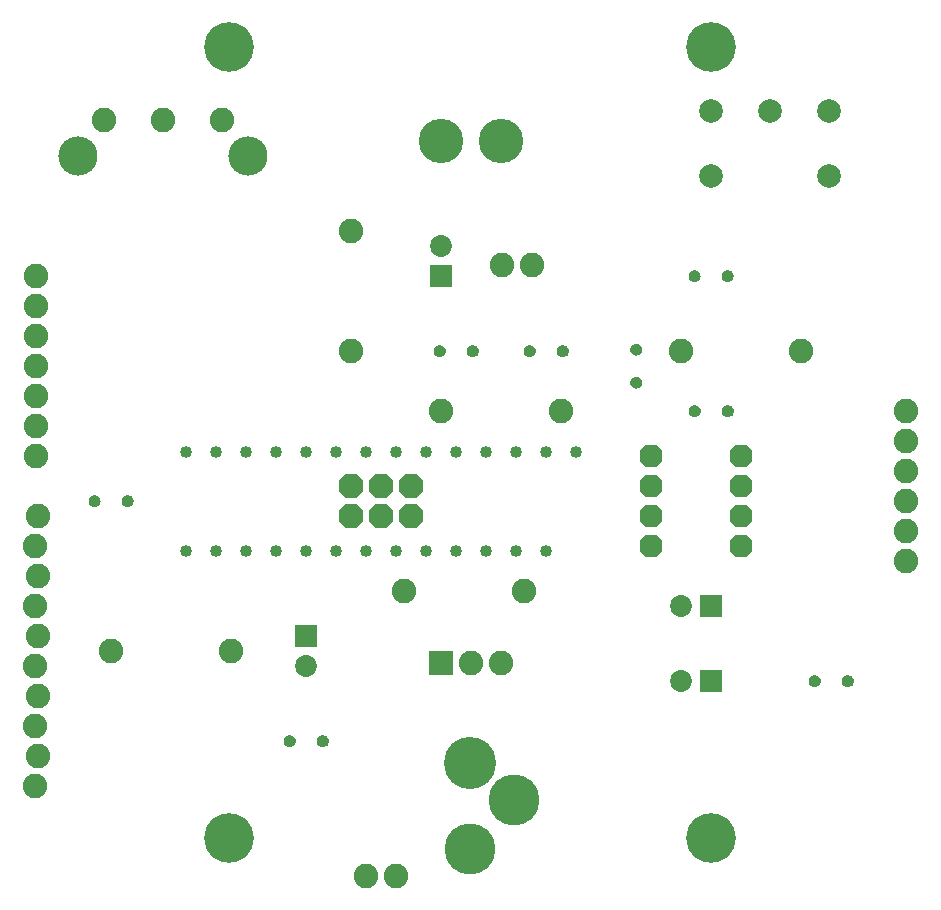
<source format=gbr>
G04 EAGLE Gerber RS-274X export*
G75*
%MOMM*%
%FSLAX34Y34*%
%LPD*%
%INSoldermask Top*%
%IPPOS*%
%AMOC8*
5,1,8,0,0,1.08239X$1,22.5*%
G01*
%ADD10C,4.203200*%
%ADD11C,1.016000*%
%ADD12C,2.082800*%
%ADD13P,2.089446X8X112.500000*%
%ADD14C,4.419200*%
%ADD15C,4.318000*%
%ADD16C,1.854200*%
%ADD17R,1.854200X1.854200*%
%ADD18P,2.254402X8X202.500000*%
%ADD19C,3.759200*%
%ADD20R,2.082800X2.082800*%
%ADD21C,2.078200*%
%ADD22C,3.319200*%
%ADD23C,2.012800*%

G36*
X520848Y453373D02*
X520848Y453373D01*
X520939Y453372D01*
X521903Y453503D01*
X521951Y453519D01*
X522040Y453538D01*
X522951Y453880D01*
X522994Y453906D01*
X523078Y453945D01*
X523889Y454482D01*
X523925Y454517D01*
X523998Y454573D01*
X524670Y455277D01*
X524698Y455319D01*
X524756Y455390D01*
X525254Y456226D01*
X525255Y456229D01*
X525257Y456231D01*
X525263Y456250D01*
X525272Y456273D01*
X525312Y456355D01*
X525612Y457281D01*
X525619Y457331D01*
X525641Y457420D01*
X525727Y458389D01*
X525723Y458436D01*
X525726Y458511D01*
X525624Y459487D01*
X525610Y459535D01*
X525594Y459625D01*
X525278Y460554D01*
X525254Y460598D01*
X525217Y460683D01*
X524703Y461518D01*
X524669Y461555D01*
X524615Y461630D01*
X523927Y462330D01*
X523886Y462359D01*
X523817Y462419D01*
X522990Y462948D01*
X522944Y462967D01*
X522863Y463011D01*
X521940Y463343D01*
X521890Y463351D01*
X521801Y463376D01*
X520827Y463494D01*
X520777Y463491D01*
X520691Y463495D01*
X519689Y463400D01*
X519640Y463386D01*
X519550Y463370D01*
X518594Y463054D01*
X518549Y463030D01*
X518465Y462995D01*
X517604Y462473D01*
X517566Y462440D01*
X517491Y462387D01*
X516767Y461687D01*
X516738Y461646D01*
X516677Y461577D01*
X516127Y460734D01*
X516107Y460688D01*
X516063Y460607D01*
X515715Y459663D01*
X515706Y459613D01*
X515681Y459525D01*
X515551Y458527D01*
X515553Y458484D01*
X515552Y458358D01*
X515691Y457347D01*
X515707Y457299D01*
X515726Y457209D01*
X516088Y456254D01*
X516114Y456211D01*
X516153Y456127D01*
X516717Y455277D01*
X516752Y455240D01*
X516809Y455168D01*
X517549Y454464D01*
X517591Y454436D01*
X517662Y454378D01*
X518540Y453857D01*
X518587Y453839D01*
X518669Y453798D01*
X519641Y453485D01*
X519691Y453478D01*
X519780Y453457D01*
X520798Y453368D01*
X520848Y453373D01*
G37*
G36*
X520848Y425382D02*
X520848Y425382D01*
X520939Y425381D01*
X521903Y425512D01*
X521951Y425528D01*
X522040Y425547D01*
X522951Y425889D01*
X522994Y425915D01*
X523078Y425954D01*
X523889Y426491D01*
X523925Y426526D01*
X523998Y426582D01*
X524670Y427286D01*
X524698Y427328D01*
X524756Y427399D01*
X525254Y428235D01*
X525255Y428238D01*
X525257Y428240D01*
X525263Y428259D01*
X525272Y428282D01*
X525312Y428364D01*
X525612Y429290D01*
X525619Y429340D01*
X525641Y429429D01*
X525727Y430398D01*
X525723Y430445D01*
X525726Y430520D01*
X525624Y431496D01*
X525610Y431544D01*
X525594Y431634D01*
X525278Y432563D01*
X525254Y432607D01*
X525217Y432692D01*
X524703Y433527D01*
X524669Y433564D01*
X524615Y433639D01*
X523927Y434339D01*
X523886Y434368D01*
X523817Y434428D01*
X522990Y434957D01*
X522944Y434976D01*
X522863Y435020D01*
X521940Y435352D01*
X521890Y435360D01*
X521801Y435385D01*
X520827Y435503D01*
X520777Y435500D01*
X520691Y435504D01*
X519689Y435409D01*
X519640Y435395D01*
X519550Y435379D01*
X518594Y435063D01*
X518549Y435039D01*
X518465Y435004D01*
X517604Y434482D01*
X517566Y434449D01*
X517491Y434396D01*
X516767Y433696D01*
X516738Y433655D01*
X516677Y433586D01*
X516127Y432743D01*
X516107Y432697D01*
X516063Y432616D01*
X515715Y431672D01*
X515706Y431622D01*
X515681Y431534D01*
X515551Y430536D01*
X515553Y430493D01*
X515552Y430367D01*
X515691Y429356D01*
X515707Y429308D01*
X515726Y429218D01*
X516088Y428263D01*
X516114Y428220D01*
X516153Y428136D01*
X516717Y427286D01*
X516752Y427249D01*
X516809Y427177D01*
X517549Y426473D01*
X517591Y426445D01*
X517662Y426387D01*
X518540Y425866D01*
X518587Y425848D01*
X518669Y425807D01*
X519641Y425494D01*
X519691Y425487D01*
X519780Y425466D01*
X520798Y425377D01*
X520848Y425382D01*
G37*
G36*
X354316Y452053D02*
X354316Y452053D01*
X354442Y452052D01*
X355453Y452191D01*
X355501Y452207D01*
X355591Y452226D01*
X356546Y452588D01*
X356589Y452614D01*
X356673Y452653D01*
X357523Y453217D01*
X357560Y453252D01*
X357632Y453309D01*
X358336Y454049D01*
X358364Y454091D01*
X358422Y454162D01*
X358943Y455040D01*
X358961Y455087D01*
X359002Y455169D01*
X359315Y456141D01*
X359322Y456191D01*
X359343Y456280D01*
X359432Y457298D01*
X359427Y457348D01*
X359428Y457439D01*
X359297Y458403D01*
X359281Y458451D01*
X359262Y458540D01*
X358920Y459451D01*
X358894Y459494D01*
X358855Y459578D01*
X358318Y460389D01*
X358283Y460425D01*
X358227Y460498D01*
X357523Y461170D01*
X357481Y461198D01*
X357410Y461256D01*
X356575Y461754D01*
X356527Y461772D01*
X356445Y461812D01*
X355520Y462112D01*
X355469Y462119D01*
X355380Y462141D01*
X354411Y462227D01*
X354364Y462223D01*
X354289Y462226D01*
X353313Y462124D01*
X353265Y462110D01*
X353175Y462094D01*
X352246Y461778D01*
X352202Y461754D01*
X352117Y461717D01*
X351282Y461203D01*
X351245Y461169D01*
X351170Y461115D01*
X350471Y460427D01*
X350441Y460386D01*
X350381Y460317D01*
X349852Y459490D01*
X349833Y459444D01*
X349789Y459363D01*
X349457Y458440D01*
X349449Y458390D01*
X349424Y458301D01*
X349306Y457327D01*
X349309Y457277D01*
X349305Y457191D01*
X349400Y456189D01*
X349414Y456140D01*
X349430Y456050D01*
X349746Y455094D01*
X349770Y455049D01*
X349806Y454965D01*
X350327Y454104D01*
X350360Y454066D01*
X350413Y453991D01*
X351113Y453267D01*
X351154Y453238D01*
X351223Y453177D01*
X352066Y452627D01*
X352112Y452607D01*
X352193Y452563D01*
X353137Y452215D01*
X353187Y452206D01*
X353275Y452181D01*
X354273Y452051D01*
X354316Y452053D01*
G37*
G36*
X430516Y452053D02*
X430516Y452053D01*
X430642Y452052D01*
X431653Y452191D01*
X431701Y452207D01*
X431791Y452226D01*
X432746Y452588D01*
X432789Y452614D01*
X432873Y452653D01*
X433723Y453217D01*
X433760Y453252D01*
X433832Y453309D01*
X434536Y454049D01*
X434564Y454091D01*
X434622Y454162D01*
X435143Y455040D01*
X435161Y455087D01*
X435202Y455169D01*
X435515Y456141D01*
X435522Y456191D01*
X435543Y456280D01*
X435632Y457298D01*
X435627Y457348D01*
X435628Y457439D01*
X435497Y458403D01*
X435481Y458451D01*
X435462Y458540D01*
X435120Y459451D01*
X435094Y459494D01*
X435055Y459578D01*
X434518Y460389D01*
X434483Y460425D01*
X434427Y460498D01*
X433723Y461170D01*
X433681Y461198D01*
X433610Y461256D01*
X432775Y461754D01*
X432727Y461772D01*
X432645Y461812D01*
X431720Y462112D01*
X431669Y462119D01*
X431580Y462141D01*
X430611Y462227D01*
X430564Y462223D01*
X430489Y462226D01*
X429513Y462124D01*
X429465Y462110D01*
X429375Y462094D01*
X428446Y461778D01*
X428402Y461754D01*
X428317Y461717D01*
X427482Y461203D01*
X427445Y461169D01*
X427370Y461115D01*
X426671Y460427D01*
X426641Y460386D01*
X426581Y460317D01*
X426052Y459490D01*
X426033Y459444D01*
X425989Y459363D01*
X425657Y458440D01*
X425649Y458390D01*
X425624Y458301D01*
X425506Y457327D01*
X425509Y457277D01*
X425505Y457191D01*
X425600Y456189D01*
X425614Y456140D01*
X425630Y456050D01*
X425946Y455094D01*
X425970Y455049D01*
X426006Y454965D01*
X426527Y454104D01*
X426560Y454066D01*
X426613Y453991D01*
X427313Y453267D01*
X427354Y453238D01*
X427423Y453177D01*
X428266Y452627D01*
X428312Y452607D01*
X428393Y452563D01*
X429337Y452215D01*
X429387Y452206D01*
X429475Y452181D01*
X430473Y452051D01*
X430516Y452053D01*
G37*
G36*
X382307Y452053D02*
X382307Y452053D01*
X382433Y452052D01*
X383444Y452191D01*
X383492Y452207D01*
X383582Y452226D01*
X384537Y452588D01*
X384580Y452614D01*
X384664Y452653D01*
X385514Y453217D01*
X385551Y453252D01*
X385623Y453309D01*
X386327Y454049D01*
X386355Y454091D01*
X386413Y454162D01*
X386934Y455040D01*
X386952Y455087D01*
X386993Y455169D01*
X387306Y456141D01*
X387313Y456191D01*
X387334Y456280D01*
X387423Y457298D01*
X387418Y457348D01*
X387419Y457439D01*
X387288Y458403D01*
X387272Y458451D01*
X387253Y458540D01*
X386911Y459451D01*
X386885Y459494D01*
X386846Y459578D01*
X386309Y460389D01*
X386274Y460425D01*
X386218Y460498D01*
X385514Y461170D01*
X385472Y461198D01*
X385401Y461256D01*
X384566Y461754D01*
X384518Y461772D01*
X384436Y461812D01*
X383511Y462112D01*
X383460Y462119D01*
X383371Y462141D01*
X382402Y462227D01*
X382355Y462223D01*
X382280Y462226D01*
X381304Y462124D01*
X381256Y462110D01*
X381166Y462094D01*
X380237Y461778D01*
X380193Y461754D01*
X380108Y461717D01*
X379273Y461203D01*
X379236Y461169D01*
X379161Y461115D01*
X378462Y460427D01*
X378432Y460386D01*
X378372Y460317D01*
X377843Y459490D01*
X377824Y459444D01*
X377780Y459363D01*
X377448Y458440D01*
X377440Y458390D01*
X377415Y458301D01*
X377297Y457327D01*
X377300Y457277D01*
X377296Y457191D01*
X377391Y456189D01*
X377405Y456140D01*
X377421Y456050D01*
X377737Y455094D01*
X377761Y455049D01*
X377797Y454965D01*
X378318Y454104D01*
X378351Y454066D01*
X378404Y453991D01*
X379104Y453267D01*
X379145Y453238D01*
X379214Y453177D01*
X380057Y452627D01*
X380103Y452607D01*
X380184Y452563D01*
X381128Y452215D01*
X381178Y452206D01*
X381266Y452181D01*
X382264Y452051D01*
X382307Y452053D01*
G37*
G36*
X458507Y452053D02*
X458507Y452053D01*
X458633Y452052D01*
X459644Y452191D01*
X459692Y452207D01*
X459782Y452226D01*
X460737Y452588D01*
X460780Y452614D01*
X460864Y452653D01*
X461714Y453217D01*
X461751Y453252D01*
X461823Y453309D01*
X462527Y454049D01*
X462555Y454091D01*
X462613Y454162D01*
X463134Y455040D01*
X463152Y455087D01*
X463193Y455169D01*
X463506Y456141D01*
X463513Y456191D01*
X463534Y456280D01*
X463623Y457298D01*
X463618Y457348D01*
X463619Y457439D01*
X463488Y458403D01*
X463472Y458451D01*
X463453Y458540D01*
X463111Y459451D01*
X463085Y459494D01*
X463046Y459578D01*
X462509Y460389D01*
X462474Y460425D01*
X462418Y460498D01*
X461714Y461170D01*
X461672Y461198D01*
X461601Y461256D01*
X460766Y461754D01*
X460718Y461772D01*
X460636Y461812D01*
X459711Y462112D01*
X459660Y462119D01*
X459571Y462141D01*
X458602Y462227D01*
X458555Y462223D01*
X458480Y462226D01*
X457504Y462124D01*
X457456Y462110D01*
X457366Y462094D01*
X456437Y461778D01*
X456393Y461754D01*
X456308Y461717D01*
X455473Y461203D01*
X455436Y461169D01*
X455361Y461115D01*
X454662Y460427D01*
X454632Y460386D01*
X454572Y460317D01*
X454043Y459490D01*
X454024Y459444D01*
X453980Y459363D01*
X453648Y458440D01*
X453640Y458390D01*
X453615Y458301D01*
X453497Y457327D01*
X453500Y457277D01*
X453496Y457191D01*
X453591Y456189D01*
X453605Y456140D01*
X453621Y456050D01*
X453937Y455094D01*
X453961Y455049D01*
X453997Y454965D01*
X454518Y454104D01*
X454551Y454066D01*
X454604Y453991D01*
X455304Y453267D01*
X455345Y453238D01*
X455414Y453177D01*
X456257Y452627D01*
X456303Y452607D01*
X456384Y452563D01*
X457328Y452215D01*
X457378Y452206D01*
X457466Y452181D01*
X458464Y452051D01*
X458507Y452053D01*
G37*
G36*
X570216Y401253D02*
X570216Y401253D01*
X570342Y401252D01*
X571353Y401391D01*
X571401Y401407D01*
X571491Y401426D01*
X572446Y401788D01*
X572489Y401814D01*
X572573Y401853D01*
X573423Y402417D01*
X573460Y402452D01*
X573532Y402509D01*
X574236Y403249D01*
X574264Y403291D01*
X574322Y403362D01*
X574843Y404240D01*
X574861Y404287D01*
X574902Y404369D01*
X575215Y405341D01*
X575222Y405391D01*
X575243Y405480D01*
X575332Y406498D01*
X575327Y406548D01*
X575328Y406639D01*
X575197Y407603D01*
X575181Y407651D01*
X575162Y407740D01*
X574820Y408651D01*
X574794Y408694D01*
X574755Y408778D01*
X574218Y409589D01*
X574183Y409625D01*
X574127Y409698D01*
X573423Y410370D01*
X573381Y410398D01*
X573310Y410456D01*
X572475Y410954D01*
X572427Y410972D01*
X572345Y411012D01*
X571420Y411312D01*
X571369Y411319D01*
X571280Y411341D01*
X570311Y411427D01*
X570264Y411423D01*
X570189Y411426D01*
X569213Y411324D01*
X569165Y411310D01*
X569075Y411294D01*
X568146Y410978D01*
X568102Y410954D01*
X568017Y410917D01*
X567182Y410403D01*
X567145Y410369D01*
X567070Y410315D01*
X566371Y409627D01*
X566341Y409586D01*
X566281Y409517D01*
X565752Y408690D01*
X565733Y408644D01*
X565689Y408563D01*
X565357Y407640D01*
X565349Y407590D01*
X565324Y407501D01*
X565206Y406527D01*
X565209Y406477D01*
X565205Y406391D01*
X565300Y405389D01*
X565314Y405340D01*
X565330Y405250D01*
X565646Y404294D01*
X565670Y404249D01*
X565706Y404165D01*
X566227Y403304D01*
X566260Y403266D01*
X566313Y403191D01*
X567013Y402467D01*
X567054Y402438D01*
X567123Y402377D01*
X567966Y401827D01*
X568012Y401807D01*
X568093Y401763D01*
X569037Y401415D01*
X569087Y401406D01*
X569175Y401381D01*
X570173Y401251D01*
X570216Y401253D01*
G37*
G36*
X598207Y401253D02*
X598207Y401253D01*
X598333Y401252D01*
X599344Y401391D01*
X599392Y401407D01*
X599482Y401426D01*
X600437Y401788D01*
X600480Y401814D01*
X600564Y401853D01*
X601414Y402417D01*
X601451Y402452D01*
X601523Y402509D01*
X602227Y403249D01*
X602255Y403291D01*
X602313Y403362D01*
X602834Y404240D01*
X602852Y404287D01*
X602893Y404369D01*
X603206Y405341D01*
X603213Y405391D01*
X603234Y405480D01*
X603323Y406498D01*
X603318Y406548D01*
X603319Y406639D01*
X603188Y407603D01*
X603172Y407651D01*
X603153Y407740D01*
X602811Y408651D01*
X602785Y408694D01*
X602746Y408778D01*
X602209Y409589D01*
X602174Y409625D01*
X602118Y409698D01*
X601414Y410370D01*
X601372Y410398D01*
X601301Y410456D01*
X600466Y410954D01*
X600418Y410972D01*
X600336Y411012D01*
X599411Y411312D01*
X599360Y411319D01*
X599271Y411341D01*
X598302Y411427D01*
X598255Y411423D01*
X598180Y411426D01*
X597204Y411324D01*
X597156Y411310D01*
X597066Y411294D01*
X596137Y410978D01*
X596093Y410954D01*
X596008Y410917D01*
X595173Y410403D01*
X595136Y410369D01*
X595061Y410315D01*
X594362Y409627D01*
X594332Y409586D01*
X594272Y409517D01*
X593743Y408690D01*
X593724Y408644D01*
X593680Y408563D01*
X593348Y407640D01*
X593340Y407590D01*
X593315Y407501D01*
X593197Y406527D01*
X593200Y406477D01*
X593196Y406391D01*
X593291Y405389D01*
X593305Y405340D01*
X593321Y405250D01*
X593637Y404294D01*
X593661Y404249D01*
X593697Y404165D01*
X594218Y403304D01*
X594251Y403266D01*
X594304Y403191D01*
X595004Y402467D01*
X595045Y402438D01*
X595114Y402377D01*
X595957Y401827D01*
X596003Y401807D01*
X596084Y401763D01*
X597028Y401415D01*
X597078Y401406D01*
X597166Y401381D01*
X598164Y401251D01*
X598207Y401253D01*
G37*
G36*
X671816Y172653D02*
X671816Y172653D01*
X671942Y172652D01*
X672953Y172791D01*
X673001Y172807D01*
X673091Y172826D01*
X674046Y173188D01*
X674089Y173214D01*
X674173Y173253D01*
X675023Y173817D01*
X675060Y173852D01*
X675132Y173909D01*
X675836Y174649D01*
X675864Y174691D01*
X675922Y174762D01*
X676443Y175640D01*
X676461Y175687D01*
X676502Y175769D01*
X676815Y176741D01*
X676822Y176791D01*
X676843Y176880D01*
X676932Y177898D01*
X676927Y177948D01*
X676928Y178039D01*
X676797Y179003D01*
X676781Y179051D01*
X676762Y179140D01*
X676420Y180051D01*
X676394Y180094D01*
X676355Y180178D01*
X675818Y180989D01*
X675783Y181025D01*
X675727Y181098D01*
X675023Y181770D01*
X674981Y181798D01*
X674910Y181856D01*
X674075Y182354D01*
X674027Y182372D01*
X673945Y182412D01*
X673020Y182712D01*
X672969Y182719D01*
X672880Y182741D01*
X671911Y182827D01*
X671864Y182823D01*
X671789Y182826D01*
X670813Y182724D01*
X670765Y182710D01*
X670675Y182694D01*
X669746Y182378D01*
X669702Y182354D01*
X669617Y182317D01*
X668782Y181803D01*
X668745Y181769D01*
X668670Y181715D01*
X667971Y181027D01*
X667941Y180986D01*
X667881Y180917D01*
X667352Y180090D01*
X667333Y180044D01*
X667289Y179963D01*
X666957Y179040D01*
X666949Y178990D01*
X666924Y178901D01*
X666806Y177927D01*
X666809Y177877D01*
X666805Y177791D01*
X666900Y176789D01*
X666914Y176740D01*
X666930Y176650D01*
X667246Y175694D01*
X667270Y175649D01*
X667306Y175565D01*
X667827Y174704D01*
X667860Y174666D01*
X667913Y174591D01*
X668613Y173867D01*
X668654Y173838D01*
X668723Y173777D01*
X669566Y173227D01*
X669612Y173207D01*
X669693Y173163D01*
X670637Y172815D01*
X670687Y172806D01*
X670775Y172781D01*
X671773Y172651D01*
X671816Y172653D01*
G37*
G36*
X699807Y172653D02*
X699807Y172653D01*
X699933Y172652D01*
X700944Y172791D01*
X700992Y172807D01*
X701082Y172826D01*
X702037Y173188D01*
X702080Y173214D01*
X702164Y173253D01*
X703014Y173817D01*
X703051Y173852D01*
X703123Y173909D01*
X703827Y174649D01*
X703855Y174691D01*
X703913Y174762D01*
X704434Y175640D01*
X704452Y175687D01*
X704493Y175769D01*
X704806Y176741D01*
X704813Y176791D01*
X704834Y176880D01*
X704923Y177898D01*
X704918Y177948D01*
X704919Y178039D01*
X704788Y179003D01*
X704772Y179051D01*
X704753Y179140D01*
X704411Y180051D01*
X704385Y180094D01*
X704346Y180178D01*
X703809Y180989D01*
X703774Y181025D01*
X703718Y181098D01*
X703014Y181770D01*
X702972Y181798D01*
X702901Y181856D01*
X702066Y182354D01*
X702018Y182372D01*
X701936Y182412D01*
X701011Y182712D01*
X700960Y182719D01*
X700871Y182741D01*
X699902Y182827D01*
X699855Y182823D01*
X699780Y182826D01*
X698804Y182724D01*
X698756Y182710D01*
X698666Y182694D01*
X697737Y182378D01*
X697693Y182354D01*
X697608Y182317D01*
X696773Y181803D01*
X696736Y181769D01*
X696661Y181715D01*
X695962Y181027D01*
X695932Y180986D01*
X695872Y180917D01*
X695343Y180090D01*
X695324Y180044D01*
X695280Y179963D01*
X694948Y179040D01*
X694940Y178990D01*
X694915Y178901D01*
X694797Y177927D01*
X694800Y177877D01*
X694796Y177791D01*
X694891Y176789D01*
X694905Y176740D01*
X694921Y176650D01*
X695237Y175694D01*
X695261Y175649D01*
X695297Y175565D01*
X695818Y174704D01*
X695851Y174666D01*
X695904Y174591D01*
X696604Y173867D01*
X696645Y173838D01*
X696714Y173777D01*
X697557Y173227D01*
X697603Y173207D01*
X697684Y173163D01*
X698628Y172815D01*
X698678Y172806D01*
X698766Y172781D01*
X699764Y172651D01*
X699807Y172653D01*
G37*
G36*
X227316Y121853D02*
X227316Y121853D01*
X227442Y121852D01*
X228453Y121991D01*
X228501Y122007D01*
X228591Y122026D01*
X229546Y122388D01*
X229589Y122414D01*
X229673Y122453D01*
X230523Y123017D01*
X230560Y123052D01*
X230632Y123109D01*
X231336Y123849D01*
X231364Y123891D01*
X231422Y123962D01*
X231943Y124840D01*
X231961Y124887D01*
X232002Y124969D01*
X232315Y125941D01*
X232322Y125991D01*
X232343Y126080D01*
X232432Y127098D01*
X232427Y127148D01*
X232428Y127239D01*
X232297Y128203D01*
X232281Y128251D01*
X232262Y128340D01*
X231920Y129251D01*
X231894Y129294D01*
X231855Y129378D01*
X231318Y130189D01*
X231283Y130225D01*
X231227Y130298D01*
X230523Y130970D01*
X230481Y130998D01*
X230410Y131056D01*
X229575Y131554D01*
X229527Y131572D01*
X229445Y131612D01*
X228520Y131912D01*
X228469Y131919D01*
X228380Y131941D01*
X227411Y132027D01*
X227364Y132023D01*
X227289Y132026D01*
X226313Y131924D01*
X226265Y131910D01*
X226175Y131894D01*
X225246Y131578D01*
X225202Y131554D01*
X225117Y131517D01*
X224282Y131003D01*
X224245Y130969D01*
X224170Y130915D01*
X223471Y130227D01*
X223441Y130186D01*
X223381Y130117D01*
X222852Y129290D01*
X222833Y129244D01*
X222789Y129163D01*
X222457Y128240D01*
X222449Y128190D01*
X222424Y128101D01*
X222306Y127127D01*
X222309Y127077D01*
X222305Y126991D01*
X222400Y125989D01*
X222414Y125940D01*
X222430Y125850D01*
X222746Y124894D01*
X222770Y124849D01*
X222806Y124765D01*
X223327Y123904D01*
X223360Y123866D01*
X223413Y123791D01*
X224113Y123067D01*
X224154Y123038D01*
X224223Y122977D01*
X225066Y122427D01*
X225112Y122407D01*
X225193Y122363D01*
X226137Y122015D01*
X226187Y122006D01*
X226275Y121981D01*
X227273Y121851D01*
X227316Y121853D01*
G37*
G36*
X255307Y121853D02*
X255307Y121853D01*
X255433Y121852D01*
X256444Y121991D01*
X256492Y122007D01*
X256582Y122026D01*
X257537Y122388D01*
X257580Y122414D01*
X257664Y122453D01*
X258514Y123017D01*
X258551Y123052D01*
X258623Y123109D01*
X259327Y123849D01*
X259355Y123891D01*
X259413Y123962D01*
X259934Y124840D01*
X259952Y124887D01*
X259993Y124969D01*
X260306Y125941D01*
X260313Y125991D01*
X260334Y126080D01*
X260423Y127098D01*
X260418Y127148D01*
X260419Y127239D01*
X260288Y128203D01*
X260272Y128251D01*
X260253Y128340D01*
X259911Y129251D01*
X259885Y129294D01*
X259846Y129378D01*
X259309Y130189D01*
X259274Y130225D01*
X259218Y130298D01*
X258514Y130970D01*
X258472Y130998D01*
X258401Y131056D01*
X257566Y131554D01*
X257518Y131572D01*
X257436Y131612D01*
X256511Y131912D01*
X256460Y131919D01*
X256371Y131941D01*
X255402Y132027D01*
X255355Y132023D01*
X255280Y132026D01*
X254304Y131924D01*
X254256Y131910D01*
X254166Y131894D01*
X253237Y131578D01*
X253193Y131554D01*
X253108Y131517D01*
X252273Y131003D01*
X252236Y130969D01*
X252161Y130915D01*
X251462Y130227D01*
X251432Y130186D01*
X251372Y130117D01*
X250843Y129290D01*
X250824Y129244D01*
X250780Y129163D01*
X250448Y128240D01*
X250440Y128190D01*
X250415Y128101D01*
X250297Y127127D01*
X250300Y127077D01*
X250296Y126991D01*
X250391Y125989D01*
X250405Y125940D01*
X250421Y125850D01*
X250737Y124894D01*
X250761Y124849D01*
X250797Y124765D01*
X251318Y123904D01*
X251351Y123866D01*
X251404Y123791D01*
X252104Y123067D01*
X252145Y123038D01*
X252214Y122977D01*
X253057Y122427D01*
X253103Y122407D01*
X253184Y122363D01*
X254128Y122015D01*
X254178Y122006D01*
X254266Y121981D01*
X255264Y121851D01*
X255307Y121853D01*
G37*
G36*
X598136Y515677D02*
X598136Y515677D01*
X598211Y515674D01*
X599187Y515776D01*
X599235Y515790D01*
X599325Y515806D01*
X600254Y516122D01*
X600298Y516147D01*
X600383Y516183D01*
X601218Y516697D01*
X601255Y516731D01*
X601330Y516785D01*
X602030Y517473D01*
X602059Y517514D01*
X602119Y517583D01*
X602648Y518410D01*
X602667Y518456D01*
X602711Y518537D01*
X603043Y519460D01*
X603051Y519510D01*
X603076Y519599D01*
X603194Y520573D01*
X603191Y520623D01*
X603195Y520709D01*
X603100Y521711D01*
X603086Y521760D01*
X603070Y521850D01*
X602754Y522806D01*
X602730Y522851D01*
X602695Y522935D01*
X602173Y523796D01*
X602140Y523834D01*
X602087Y523909D01*
X601387Y524633D01*
X601346Y524662D01*
X601277Y524723D01*
X600434Y525273D01*
X600388Y525293D01*
X600307Y525337D01*
X599363Y525685D01*
X599313Y525694D01*
X599225Y525719D01*
X598227Y525849D01*
X598184Y525847D01*
X598058Y525848D01*
X597047Y525709D01*
X596999Y525693D01*
X596909Y525674D01*
X595954Y525312D01*
X595911Y525286D01*
X595827Y525248D01*
X594977Y524683D01*
X594940Y524648D01*
X594868Y524591D01*
X594164Y523852D01*
X594136Y523809D01*
X594078Y523738D01*
X593557Y522860D01*
X593539Y522813D01*
X593498Y522731D01*
X593185Y521759D01*
X593178Y521709D01*
X593157Y521620D01*
X593068Y520602D01*
X593073Y520552D01*
X593072Y520461D01*
X593203Y519497D01*
X593219Y519449D01*
X593238Y519360D01*
X593580Y518449D01*
X593606Y518406D01*
X593645Y518323D01*
X594182Y517511D01*
X594217Y517475D01*
X594273Y517402D01*
X594977Y516730D01*
X595019Y516703D01*
X595090Y516644D01*
X595926Y516146D01*
X595973Y516128D01*
X596055Y516088D01*
X596981Y515788D01*
X597031Y515781D01*
X597120Y515759D01*
X598089Y515673D01*
X598136Y515677D01*
G37*
G36*
X570145Y515677D02*
X570145Y515677D01*
X570220Y515674D01*
X571196Y515776D01*
X571244Y515790D01*
X571334Y515806D01*
X572263Y516122D01*
X572307Y516147D01*
X572392Y516183D01*
X573227Y516697D01*
X573264Y516731D01*
X573339Y516785D01*
X574039Y517473D01*
X574068Y517514D01*
X574128Y517583D01*
X574657Y518410D01*
X574676Y518456D01*
X574720Y518537D01*
X575052Y519460D01*
X575060Y519510D01*
X575085Y519599D01*
X575203Y520573D01*
X575200Y520623D01*
X575204Y520709D01*
X575109Y521711D01*
X575095Y521760D01*
X575079Y521850D01*
X574763Y522806D01*
X574739Y522851D01*
X574704Y522935D01*
X574182Y523796D01*
X574149Y523834D01*
X574096Y523909D01*
X573396Y524633D01*
X573355Y524662D01*
X573286Y524723D01*
X572443Y525273D01*
X572397Y525293D01*
X572316Y525337D01*
X571372Y525685D01*
X571322Y525694D01*
X571234Y525719D01*
X570236Y525849D01*
X570193Y525847D01*
X570067Y525848D01*
X569056Y525709D01*
X569008Y525693D01*
X568918Y525674D01*
X567963Y525312D01*
X567920Y525286D01*
X567836Y525248D01*
X566986Y524683D01*
X566949Y524648D01*
X566877Y524591D01*
X566173Y523852D01*
X566145Y523809D01*
X566087Y523738D01*
X565566Y522860D01*
X565548Y522813D01*
X565507Y522731D01*
X565194Y521759D01*
X565187Y521709D01*
X565166Y521620D01*
X565077Y520602D01*
X565082Y520552D01*
X565081Y520461D01*
X565212Y519497D01*
X565228Y519449D01*
X565247Y519360D01*
X565589Y518449D01*
X565615Y518406D01*
X565654Y518323D01*
X566191Y517511D01*
X566226Y517475D01*
X566282Y517402D01*
X566986Y516730D01*
X567028Y516703D01*
X567099Y516644D01*
X567935Y516146D01*
X567982Y516128D01*
X568064Y516088D01*
X568990Y515788D01*
X569040Y515781D01*
X569129Y515759D01*
X570098Y515673D01*
X570145Y515677D01*
G37*
G36*
X90136Y325177D02*
X90136Y325177D01*
X90211Y325174D01*
X91187Y325276D01*
X91235Y325290D01*
X91325Y325306D01*
X92254Y325622D01*
X92298Y325647D01*
X92383Y325683D01*
X93218Y326197D01*
X93255Y326231D01*
X93330Y326285D01*
X94030Y326973D01*
X94059Y327014D01*
X94119Y327083D01*
X94648Y327910D01*
X94667Y327956D01*
X94711Y328037D01*
X95043Y328960D01*
X95051Y329010D01*
X95076Y329099D01*
X95194Y330073D01*
X95191Y330123D01*
X95195Y330209D01*
X95100Y331211D01*
X95086Y331260D01*
X95070Y331350D01*
X94754Y332306D01*
X94730Y332351D01*
X94695Y332435D01*
X94173Y333296D01*
X94140Y333334D01*
X94087Y333409D01*
X93387Y334133D01*
X93346Y334162D01*
X93277Y334223D01*
X92434Y334773D01*
X92388Y334793D01*
X92307Y334837D01*
X91363Y335185D01*
X91313Y335194D01*
X91225Y335219D01*
X90227Y335349D01*
X90184Y335347D01*
X90058Y335348D01*
X89047Y335209D01*
X88999Y335193D01*
X88909Y335174D01*
X87954Y334812D01*
X87911Y334786D01*
X87827Y334748D01*
X86977Y334183D01*
X86940Y334148D01*
X86868Y334091D01*
X86164Y333352D01*
X86136Y333309D01*
X86078Y333238D01*
X85557Y332360D01*
X85539Y332313D01*
X85498Y332231D01*
X85185Y331259D01*
X85178Y331209D01*
X85157Y331120D01*
X85068Y330102D01*
X85073Y330052D01*
X85072Y329961D01*
X85203Y328997D01*
X85219Y328949D01*
X85238Y328860D01*
X85580Y327949D01*
X85606Y327906D01*
X85645Y327823D01*
X86182Y327011D01*
X86217Y326975D01*
X86273Y326902D01*
X86977Y326230D01*
X87019Y326203D01*
X87090Y326144D01*
X87926Y325646D01*
X87973Y325628D01*
X88055Y325588D01*
X88981Y325288D01*
X89031Y325281D01*
X89120Y325259D01*
X90089Y325173D01*
X90136Y325177D01*
G37*
G36*
X62145Y325177D02*
X62145Y325177D01*
X62220Y325174D01*
X63196Y325276D01*
X63244Y325290D01*
X63334Y325306D01*
X64263Y325622D01*
X64307Y325647D01*
X64392Y325683D01*
X65227Y326197D01*
X65264Y326231D01*
X65339Y326285D01*
X66039Y326973D01*
X66068Y327014D01*
X66128Y327083D01*
X66657Y327910D01*
X66676Y327956D01*
X66720Y328037D01*
X67052Y328960D01*
X67060Y329010D01*
X67085Y329099D01*
X67203Y330073D01*
X67200Y330123D01*
X67204Y330209D01*
X67109Y331211D01*
X67095Y331260D01*
X67079Y331350D01*
X66763Y332306D01*
X66739Y332351D01*
X66704Y332435D01*
X66182Y333296D01*
X66149Y333334D01*
X66096Y333409D01*
X65396Y334133D01*
X65355Y334162D01*
X65286Y334223D01*
X64443Y334773D01*
X64397Y334793D01*
X64316Y334837D01*
X63372Y335185D01*
X63322Y335194D01*
X63234Y335219D01*
X62236Y335349D01*
X62193Y335347D01*
X62067Y335348D01*
X61056Y335209D01*
X61008Y335193D01*
X60918Y335174D01*
X59963Y334812D01*
X59920Y334786D01*
X59836Y334748D01*
X58986Y334183D01*
X58949Y334148D01*
X58877Y334091D01*
X58173Y333352D01*
X58145Y333309D01*
X58087Y333238D01*
X57566Y332360D01*
X57548Y332313D01*
X57507Y332231D01*
X57194Y331259D01*
X57187Y331209D01*
X57166Y331120D01*
X57077Y330102D01*
X57082Y330052D01*
X57081Y329961D01*
X57212Y328997D01*
X57228Y328949D01*
X57247Y328860D01*
X57589Y327949D01*
X57615Y327906D01*
X57654Y327823D01*
X58191Y327011D01*
X58226Y326975D01*
X58282Y326902D01*
X58986Y326230D01*
X59028Y326203D01*
X59099Y326144D01*
X59935Y325646D01*
X59982Y325628D01*
X60064Y325588D01*
X60990Y325288D01*
X61040Y325281D01*
X61129Y325259D01*
X62098Y325173D01*
X62145Y325177D01*
G37*
D10*
X176000Y715000D03*
X584000Y715000D03*
X176000Y45000D03*
X584000Y45000D03*
D11*
X165100Y372110D03*
X190500Y372110D03*
X215900Y372110D03*
X241300Y372110D03*
X266700Y372110D03*
X292100Y372110D03*
X317500Y372110D03*
X342900Y372110D03*
X368300Y372110D03*
X393700Y372110D03*
X419100Y372110D03*
X444500Y372110D03*
X469900Y372110D03*
X139700Y288290D03*
X165100Y288290D03*
X190500Y288290D03*
X215900Y288290D03*
X241300Y288290D03*
X266700Y288290D03*
X292100Y288290D03*
X317500Y288290D03*
X342900Y288290D03*
X368300Y288290D03*
X393700Y288290D03*
X419100Y288290D03*
X444500Y288290D03*
X139700Y372110D03*
D12*
X177800Y203200D03*
X76200Y203200D03*
D13*
X609600Y292100D03*
X609600Y317500D03*
X609600Y342900D03*
X609600Y368300D03*
X533400Y368300D03*
X533400Y342900D03*
X533400Y317500D03*
X533400Y292100D03*
D14*
X380000Y108778D03*
D15*
X380254Y35570D03*
X417616Y77000D03*
D16*
X241300Y190500D03*
D17*
X241300Y215900D03*
D18*
X330200Y317500D03*
X330200Y342900D03*
X304800Y317500D03*
X304800Y342900D03*
X279400Y317500D03*
X279400Y342900D03*
D17*
X584200Y177800D03*
D16*
X558800Y177800D03*
D12*
X317500Y12700D03*
X292100Y12700D03*
D19*
X355600Y635000D03*
X406400Y635000D03*
D12*
X457200Y406400D03*
X355600Y406400D03*
D16*
X355600Y546100D03*
D17*
X355600Y520700D03*
D12*
X749300Y279400D03*
X749300Y304800D03*
X749300Y330200D03*
X749300Y355600D03*
X749300Y381000D03*
X749300Y406400D03*
D20*
X355600Y193200D03*
D12*
X381000Y193200D03*
X406400Y193200D03*
D17*
X584200Y241300D03*
D16*
X558800Y241300D03*
D12*
X660400Y457200D03*
X558800Y457200D03*
D21*
X120000Y653000D03*
X70000Y653000D03*
X170000Y653000D03*
D22*
X48000Y622000D03*
X192000Y622000D03*
D23*
X634000Y660000D03*
X584000Y660000D03*
X684000Y660000D03*
X684000Y605000D03*
X584000Y605000D03*
D12*
X279400Y457200D03*
X279400Y558800D03*
X11430Y88900D03*
X13970Y114300D03*
X11430Y139700D03*
X13970Y165100D03*
X11430Y190500D03*
X13970Y215900D03*
X11430Y241300D03*
X13970Y266700D03*
X11430Y292100D03*
X13970Y317500D03*
X12700Y368300D03*
X12700Y393700D03*
X12700Y419100D03*
X12700Y444500D03*
X12700Y469900D03*
X12700Y495300D03*
X12700Y520700D03*
X425700Y253900D03*
X324100Y253900D03*
X432700Y530000D03*
X407300Y530000D03*
M02*

</source>
